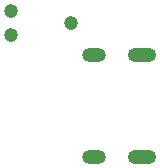
<source format=gbs>
G04*
G04 #@! TF.GenerationSoftware,Altium Limited,Altium Designer,25.8.1 (18)*
G04*
G04 Layer_Color=16711935*
%FSLAX44Y44*%
%MOMM*%
G71*
G04*
G04 #@! TF.SameCoordinates,1E3846C3-62AB-4AEE-BE3D-F3B3455204D7*
G04*
G04*
G04 #@! TF.FilePolarity,Negative*
G04*
G01*
G75*
%ADD23C,1.1938*%
%ADD24O,2.4032X1.2032*%
%ADD25O,2.0032X1.2032*%
D23*
X19200Y180160D02*
D03*
Y159840D02*
D03*
X70000Y170000D02*
D03*
D24*
X130000Y56800D02*
D03*
Y143200D02*
D03*
D25*
X90000Y56800D02*
D03*
Y143200D02*
D03*
M02*

</source>
